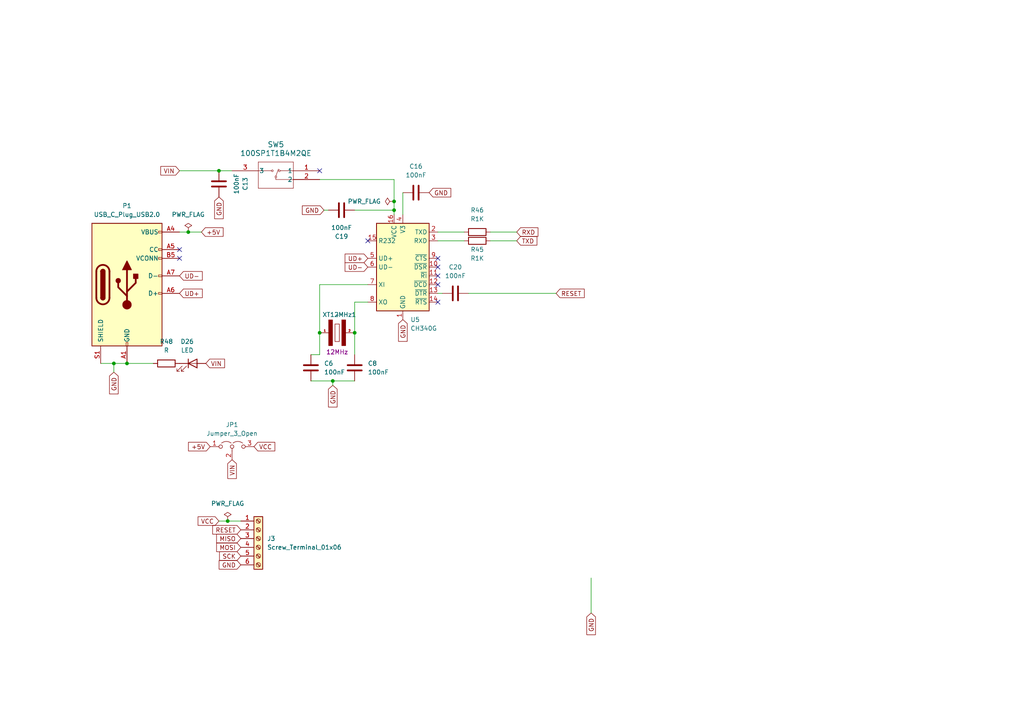
<source format=kicad_sch>
(kicad_sch (version 20231120) (generator "eeschema") (generator_version "8.0")
  (paper "A4")
  (lib_symbols
    (symbol "Connector:Screw_Terminal_01x06" (pin_names (offset 1.016) hide)
      (property "Reference" "J" (at 0 7.62 0))
      (property "Value" "Screw_Terminal_01x06" (at 0 -10.16 0))
      (symbol "Screw_Terminal_01x06_1_1"
        (rectangle (start -1.27 6.35) (end 1.27 -8.89) (stroke (width 0.254)) (fill (type background)))
        (circle (center 0 -7.62) (radius 0.635) (stroke (width 0.1524)))
        (circle (center 0 -5.08) (radius 0.635) (stroke (width 0.1524)))
        (circle (center 0 -2.54) (radius 0.635) (stroke (width 0.1524)))
        (polyline (pts (xy -0.5334 -7.2898) (xy 0.3302 -8.128)) (stroke (width 0.1524)))
        (polyline (pts (xy -0.5334 -4.7498) (xy 0.3302 -5.588)) (stroke (width 0.1524)))
        (polyline (pts (xy -0.5334 -2.2098) (xy 0.3302 -3.048)) (stroke (width 0.1524)))
        (polyline (pts (xy -0.5334 0.3302) (xy 0.3302 -0.508)) (stroke (width 0.1524)))
        (polyline (pts (xy -0.5334 2.8702) (xy 0.3302 2.032)) (stroke (width 0.1524)))
        (polyline (pts (xy -0.5334 5.4102) (xy 0.3302 4.572)) (stroke (width 0.1524)))
        (polyline (pts (xy -0.3556 -7.112) (xy 0.508 -7.9502)) (stroke (width 0.1524)))
        (polyline (pts (xy -0.3556 -4.572) (xy 0.508 -5.4102)) (stroke (width 0.1524)))
        (polyline (pts (xy -0.3556 -2.032) (xy 0.508 -2.8702)) (stroke (width 0.1524)))
        (polyline (pts (xy -0.3556 0.508) (xy 0.508 -0.3302)) (stroke (width 0.1524)))
        (polyline (pts (xy -0.3556 3.048) (xy 0.508 2.2098)) (stroke (width 0.1524)))
        (polyline (pts (xy -0.3556 5.588) (xy 0.508 4.7498)) (stroke (width 0.1524)))
        (circle (center 0 0) (radius 0.635) (stroke (width 0.1524)))
        (circle (center 0 2.54) (radius 0.635) (stroke (width 0.1524)))
        (circle (center 0 5.08) (radius 0.635) (stroke (width 0.1524)))
        (pin passive line (at -5.08 5.08 0) (length 3.81) (name "Pin_1") (number "1"))
        (pin passive line (at -5.08 2.54 0) (length 3.81) (name "Pin_2") (number "2"))
        (pin passive line (at -5.08 0 0) (length 3.81) (name "Pin_3") (number "3"))
        (pin passive line (at -5.08 -2.54 0) (length 3.81) (name "Pin_4") (number "4"))
        (pin passive line (at -5.08 -5.08 0) (length 3.81) (name "Pin_5") (number "5"))
        (pin passive line (at -5.08 -7.62 0) (length 3.81) (name "Pin_6") (number "6"))
      )
    )
    (symbol "Connector:USB_C_Plug_USB2.0" (pin_names (offset 1.016))
      (property "Reference" "P" (at -10.16 19.05 0))
      (property "Value" "USB_C_Plug_USB2.0" (at 12.7 19.05 0))
      (symbol "USB_C_Plug_USB2.0_0_0"
        (rectangle (start -0.254 -17.78) (end 0.254 -16.764))
        (rectangle (start 10.16 -2.286) (end 9.144 -2.794))
        (rectangle (start 10.16 2.794) (end 9.144 2.286))
        (rectangle (start 10.16 7.874) (end 9.144 7.366))
        (rectangle (start 10.16 10.414) (end 9.144 9.906))
        (rectangle (start 10.16 15.494) (end 9.144 14.986))
      )
      (symbol "USB_C_Plug_USB2.0_0_1"
        (rectangle (start -10.16 17.78) (end 10.16 -17.78) (stroke (width 0.254)) (fill (type background)))
        (arc (start -8.89 -3.81) (mid -6.985 -5.7067) (end -5.08 -3.81) (stroke (width 0.508)))
        (arc (start -7.62 -3.81) (mid -6.985 -4.4423) (end -6.35 -3.81) (stroke (width 0.254)))
        (arc (start -7.62 -3.81) (mid -6.985 -4.4423) (end -6.35 -3.81) (stroke (width 0.254)) (fill (type outline)))
        (rectangle (start -7.62 -3.81) (end -6.35 3.81) (stroke (width 0.254)) (fill (type outline)))
        (arc (start -6.35 3.81) (mid -6.985 4.4423) (end -7.62 3.81) (stroke (width 0.254)))
        (arc (start -6.35 3.81) (mid -6.985 4.4423) (end -7.62 3.81) (stroke (width 0.254)) (fill (type outline)))
        (arc (start -5.08 3.81) (mid -6.985 5.7067) (end -8.89 3.81) (stroke (width 0.508)))
        (circle (center -2.54 1.143) (radius 0.635) (stroke (width 0.254)) (fill (type outline)))
        (circle (center 0 -5.842) (radius 1.27) (fill (type outline)))
        (polyline (pts (xy -8.89 -3.81) (xy -8.89 3.81)) (stroke (width 0.508)))
        (polyline (pts (xy -5.08 3.81) (xy -5.08 -3.81)) (stroke (width 0.508)))
        (polyline (pts (xy 0 -5.842) (xy 0 4.318)) (stroke (width 0.508)))
        (polyline (pts (xy 0 -3.302) (xy -2.54 -0.762) (xy -2.54 0.508)) (stroke (width 0.508)))
        (polyline (pts (xy 0 -2.032) (xy 2.54 0.508) (xy 2.54 1.778)) (stroke (width 0.508)))
        (polyline (pts (xy -1.27 4.318) (xy 0 6.858) (xy 1.27 4.318) (xy -1.27 4.318)) (stroke (width 0.254)) (fill (type outline)))
        (rectangle (start 1.905 1.778) (end 3.175 3.048) (stroke (width 0.254)) (fill (type outline)))
      )
      (symbol "USB_C_Plug_USB2.0_1_1"
        (pin passive line (at 0 -22.86 90) (length 5.08) (name "GND") (number "A1"))
        (pin passive line (at 0 -22.86 90) (length 5.08) hide (name "GND") (number "A12"))
        (pin passive line (at 15.24 15.24 180) (length 5.08) (name "VBUS") (number "A4"))
        (pin bidirectional line (at 15.24 10.16 180) (length 5.08) (name "CC") (number "A5"))
        (pin bidirectional line (at 15.24 -2.54 180) (length 5.08) (name "D+") (number "A6"))
        (pin bidirectional line (at 15.24 2.54 180) (length 5.08) (name "D-") (number "A7"))
        (pin passive line (at 15.24 15.24 180) (length 5.08) hide (name "VBUS") (number "A9"))
        (pin passive line (at 0 -22.86 90) (length 5.08) hide (name "GND") (number "B1"))
        (pin passive line (at 0 -22.86 90) (length 5.08) hide (name "GND") (number "B12"))
        (pin passive line (at 15.24 15.24 180) (length 5.08) hide (name "VBUS") (number "B4"))
        (pin bidirectional line (at 15.24 7.62 180) (length 5.08) (name "VCONN") (number "B5"))
        (pin passive line (at 15.24 15.24 180) (length 5.08) hide (name "VBUS") (number "B9"))
        (pin passive line (at -7.62 -22.86 90) (length 5.08) (name "SHIELD") (number "S1"))
      )
    )
    (symbol "Device:C" (pin_numbers hide) (pin_names (offset 0.254))
      (property "Reference" "C" (at 0.635 2.54 0))
      (property "Value" "C" (at 0.635 -2.54 0))
      (symbol "C_0_1"
        (polyline (pts (xy -2.032 -0.762) (xy 2.032 -0.762)) (stroke (width 0.508)))
        (polyline (pts (xy -2.032 0.762) (xy 2.032 0.762)) (stroke (width 0.508)))
      )
      (symbol "C_1_1"
        (pin passive line (at 0 3.81 270) (length 2.794) (name "~") (number "1"))
        (pin passive line (at 0 -3.81 90) (length 2.794) (name "~") (number "2"))
      )
    )
    (symbol "Device:LED" (pin_numbers hide) (pin_names (offset 1.016) hide)
      (property "Reference" "D" (at 0 2.54 0))
      (property "Value" "LED" (at 0 -2.54 0))
      (symbol "LED_0_1"
        (polyline (pts (xy -1.27 -1.27) (xy -1.27 1.27)) (stroke (width 0.254)))
        (polyline (pts (xy -1.27 0) (xy 1.27 0)))
        (polyline (pts (xy 1.27 -1.27) (xy 1.27 1.27) (xy -1.27 0) (xy 1.27 -1.27)) (stroke (width 0.254)))
        (polyline (pts (xy -3.048 -0.762) (xy -4.572 -2.286) (xy -3.81 -2.286) (xy -4.572 -2.286) (xy -4.572 -1.524)))
        (polyline (pts (xy -1.778 -0.762) (xy -3.302 -2.286) (xy -2.54 -2.286) (xy -3.302 -2.286) (xy -3.302 -1.524)))
      )
      (symbol "LED_1_1"
        (pin passive line (at -3.81 0 0) (length 2.54) (name "K") (number "1"))
        (pin passive line (at 3.81 0 180) (length 2.54) (name "A") (number "2"))
      )
    )
    (symbol "Device:R" (pin_numbers hide) (pin_names (offset 0))
      (property "Reference" "R" (at 2.032 0 90))
      (property "Value" "R" (at 0 0 90))
      (symbol "R_0_1"
        (rectangle (start -1.016 -2.54) (end 1.016 2.54) (stroke (width 0.254)))
      )
      (symbol "R_1_1"
        (pin passive line (at 0 3.81 270) (length 1.27) (name "~") (number "1"))
        (pin passive line (at 0 -3.81 90) (length 1.27) (name "~") (number "2"))
      )
    )
    (symbol "Interface_USB:CH340G"
      (property "Reference" "U" (at -5.08 13.97 0))
      (property "Value" "CH340G" (at 1.27 13.97 0))
      (symbol "CH340G_0_1"
        (rectangle (start -7.62 12.7) (end 7.62 -12.7) (stroke (width 0.254)) (fill (type background)))
      )
      (symbol "CH340G_1_1"
        (pin power_in line (at 0 -15.24 90) (length 2.54) (name "GND") (number "1"))
        (pin input line (at 10.16 0 180) (length 2.54) (name "~{DSR}") (number "10"))
        (pin input line (at 10.16 -2.54 180) (length 2.54) (name "~{RI}") (number "11"))
        (pin input line (at 10.16 -5.08 180) (length 2.54) (name "~{DCD}") (number "12"))
        (pin output line (at 10.16 -7.62 180) (length 2.54) (name "~{DTR}") (number "13"))
        (pin output line (at 10.16 -10.16 180) (length 2.54) (name "~{RTS}") (number "14"))
        (pin input line (at -10.16 7.62 0) (length 2.54) (name "R232") (number "15"))
        (pin power_in line (at -2.54 15.24 270) (length 2.54) (name "VCC") (number "16"))
        (pin output line (at 10.16 10.16 180) (length 2.54) (name "TXD") (number "2"))
        (pin input line (at 10.16 7.62 180) (length 2.54) (name "RXD") (number "3"))
        (pin power_out line (at 0 15.24 270) (length 2.54) (name "V3") (number "4"))
        (pin bidirectional line (at -10.16 2.54 0) (length 2.54) (name "UD+") (number "5"))
        (pin bidirectional line (at -10.16 0 0) (length 2.54) (name "UD-") (number "6"))
        (pin input line (at -10.16 -5.08 0) (length 2.54) (name "XI") (number "7"))
        (pin output line (at -10.16 -10.16 0) (length 2.54) (name "XO") (number "8"))
        (pin input line (at 10.16 2.54 180) (length 2.54) (name "~{CTS}") (number "9"))
      )
    )
    (symbol "Jumper:Jumper_3_Open" (pin_names (offset 0) hide) (exclude_from_sim yes) (in_bom no)
      (property "Reference" "JP" (at -2.54 -2.54 0))
      (property "Value" "Jumper_3_Open" (at 0 2.794 0))
      (symbol "Jumper_3_Open_0_0"
        (circle (center -3.302 0) (radius 0.508))
        (circle (center 0 0) (radius 0.508))
        (circle (center 3.302 0) (radius 0.508))
      )
      (symbol "Jumper_3_Open_0_1"
        (arc (start -0.254 1.016) (mid -1.651 1.4992) (end -3.048 1.016))
        (polyline (pts (xy 0 -0.508) (xy 0 -1.27)))
        (arc (start 3.048 1.016) (mid 1.651 1.4992) (end 0.254 1.016))
      )
      (symbol "Jumper_3_Open_1_1"
        (pin passive line (at -6.35 0 0) (length 2.54) (name "A") (number "1"))
        (pin passive line (at 0 -3.81 90) (length 2.54) (name "C") (number "2"))
        (pin passive line (at 6.35 0 180) (length 2.54) (name "B") (number "3"))
      )
    )
    (symbol "PCM_Nuova-Elettronica-XTALS:XTAL" (pin_names hide)
      (property "Reference" "XTAL" (at 0.625 5.25 0))
      (symbol "XTAL_0_1"
        (rectangle (start -0.635 2.54) (end 0.635 -2.54))
      )
      (symbol "XTAL_1_1"
        (rectangle (start -2.54 3.81) (end -1.27 -3.81) (stroke (width -0.0001)) (fill (type outline)))
        (rectangle (start 1.27 3.81) (end 2.54 -3.81) (stroke (width -0.0001)) (fill (type outline)))
        (pin passive line (at -5.08 0 0) (length 3) (name "~") (number "1"))
        (pin passive line (at 5.08 0 180) (length 3) (name "~") (number "2"))
      )
    )
    (symbol "SF_Library:100SP1T1B4M2QE" (pin_names (offset 0.254))
      (property "Reference" "SW" (at 12.7 7.62 0))
      (property "Value" "100SP1T1B4M2QE" (at 12.7 5.08 0))
      (symbol "100SP1T1B4M2QE_0_1"
        (polyline (pts (xy 7.62 -5.08) (xy 17.78 -5.08)) (stroke (width 0.127)))
        (polyline (pts (xy 7.62 0) (xy 11.43 0)) (stroke (width 0.127)))
        (polyline (pts (xy 7.62 2.54) (xy 7.62 -5.08)) (stroke (width 0.127)))
        (polyline (pts (xy 12.7 -2.032) (xy 12.7 -2.54)) (stroke (width 0.127)))
        (polyline (pts (xy 12.7 -1.524) (xy 13.462 0.508)) (stroke (width 0.127)))
        (polyline (pts (xy 17.78 -5.08) (xy 17.78 2.54)) (stroke (width 0.127)))
        (polyline (pts (xy 17.78 -2.54) (xy 12.7 -2.54)) (stroke (width 0.127)))
        (polyline (pts (xy 17.78 0) (xy 13.97 0)) (stroke (width 0.127)))
        (polyline (pts (xy 17.78 2.54) (xy 7.62 2.54)) (stroke (width 0.127)))
        (circle (center 11.684 0) (radius 0.254) (stroke (width 0.127)))
        (circle (center 12.7 -1.778) (radius 0.254) (stroke (width 0.127)))
        (circle (center 13.716 0) (radius 0.254) (stroke (width 0.127)))
        (pin unspecified line (at 25.4 0 180) (length 7.62) (name "1") (number "1"))
        (pin unspecified line (at 25.4 -2.54 180) (length 7.62) (name "2") (number "2"))
        (pin unspecified line (at 0 0 0) (length 7.62) (name "3") (number "3"))
      )
    )
    (symbol "power:PWR_FLAG" (power) (pin_numbers hide) (pin_names (offset 0) hide)
      (property "Value" "PWR_FLAG" (at 0 3.81 0))
      (symbol "PWR_FLAG_0_0"
        (pin power_out line (at 0 0 90) (length 0) (name "~") (number "1"))
      )
      (symbol "PWR_FLAG_0_1"
        (polyline (pts (xy 0 0) (xy 0 1.27) (xy -1.016 1.905) (xy 0 2.54) (xy 1.016 1.905) (xy 0 1.27)))
      )
    )
  )
  (junction (at 114.3 60.96))
  (junction (at 96.52 110.49))
  (junction (at 54.61 67.31))
  (junction (at 102.87 96.52))
  (junction (at 63.5 49.53))
  (junction (at 114.3 58.42))
  (junction (at 92.71 96.52))
  (junction (at 66.04 151.13))
  (junction (at 36.83 105.41))
  (junction (at 33.02 105.41))
  (no_connect (at 52.07 72.39))
  (no_connect (at 127 82.55))
  (no_connect (at 127 77.47))
  (no_connect (at 127 87.63))
  (no_connect (at 52.07 74.93))
  (no_connect (at 127 80.01))
  (no_connect (at 106.68 69.85))
  (no_connect (at 127 74.93))
  (no_connect (at 92.71 49.53))
  (wire (pts (xy 161.29 85.09) (xy 135.89 85.09)))
  (wire (pts (xy 33.02 105.41) (xy 36.83 105.41)))
  (wire (pts (xy 33.02 107.95) (xy 33.02 105.41)))
  (wire (pts (xy 36.83 105.41) (xy 44.45 105.41)))
  (wire (pts (xy 66.04 151.13) (xy 69.85 151.13)))
  (wire (pts (xy 114.3 58.42) (xy 114.3 60.96)))
  (wire (pts (xy 96.52 110.49) (xy 102.87 110.49)))
  (wire (pts (xy 142.24 69.85) (xy 149.86 69.85)))
  (wire (pts (xy 114.3 52.07) (xy 92.71 52.07)))
  (wire (pts (xy 106.68 82.55) (xy 92.71 82.55)))
  (wire (pts (xy 63.5 151.13) (xy 66.04 151.13)))
  (wire (pts (xy 102.87 60.96) (xy 114.3 60.96)))
  (wire (pts (xy 92.71 102.87) (xy 90.17 102.87)))
  (wire (pts (xy 63.5 49.53) (xy 67.31 49.53)))
  (wire (pts (xy 127 69.85) (xy 134.62 69.85)))
  (wire (pts (xy 171.45 177.8) (xy 171.45 167.64)))
  (wire (pts (xy 114.3 52.07) (xy 114.3 58.42)))
  (wire (pts (xy 92.71 82.55) (xy 92.71 96.52)))
  (wire (pts (xy 102.87 96.52) (xy 102.87 87.63)))
  (wire (pts (xy 114.3 62.23) (xy 114.3 60.96)))
  (wire (pts (xy 128.27 85.09) (xy 127 85.09)))
  (wire (pts (xy 127 67.31) (xy 134.62 67.31)))
  (wire (pts (xy 142.24 67.31) (xy 149.86 67.31)))
  (wire (pts (xy 116.84 55.88) (xy 116.84 62.23)))
  (wire (pts (xy 102.87 87.63) (xy 106.68 87.63)))
  (wire (pts (xy 90.17 110.49) (xy 96.52 110.49)))
  (wire (pts (xy 102.87 96.52) (xy 102.87 102.87)))
  (wire (pts (xy 96.52 111.76) (xy 96.52 110.49)))
  (wire (pts (xy 29.21 105.41) (xy 33.02 105.41)))
  (wire (pts (xy 93.98 60.96) (xy 95.25 60.96)))
  (wire (pts (xy 58.42 67.31) (xy 54.61 67.31)))
  (wire (pts (xy 54.61 67.31) (xy 52.07 67.31)))
  (wire (pts (xy 92.71 96.52) (xy 92.71 102.87)))
  (wire (pts (xy 52.07 49.53) (xy 63.5 49.53)))
  (global_label "VIN" (shape input) (at 59.69 105.41 0) (property "Intersheetrefs" "${INTERSHEET_REFS}" (effects (hide yes))))
  (global_label "TXD" (shape input) (at 149.86 69.85 0) (property "Intersheetrefs" "${INTERSHEET_REFS}" (effects (hide yes))))
  (global_label "UD+" (shape input) (at 106.68 74.93 180) (property "Intersheetrefs" "${INTERSHEET_REFS}" (effects (hide yes))))
  (global_label "+5V" (shape input) (at 60.96 129.54 180) (property "Intersheetrefs" "${INTERSHEET_REFS}" (effects (hide yes))))
  (global_label "GND" (shape input) (at 63.5 57.15 270) (property "Intersheetrefs" "${INTERSHEET_REFS}" (effects (hide yes))))
  (global_label "VIN" (shape input) (at 67.31 133.35 270) (property "Intersheetrefs" "${INTERSHEET_REFS}" (effects (hide yes))))
  (global_label "UD+" (shape input) (at 52.07 85.09 0) (property "Intersheetrefs" "${INTERSHEET_REFS}" (effects (hide yes))))
  (global_label "GND" (shape input) (at 33.02 107.95 270) (property "Intersheetrefs" "${INTERSHEET_REFS}" (effects (hide yes))))
  (global_label "GND" (shape input) (at 124.46 55.88 0) (property "Intersheetrefs" "${INTERSHEET_REFS}" (effects (hide yes))))
  (global_label "VIN" (shape input) (at 52.07 49.53 180) (property "Intersheetrefs" "${INTERSHEET_REFS}" (effects (hide yes))))
  (global_label "UD-" (shape input) (at 52.07 80.01 0) (property "Intersheetrefs" "${INTERSHEET_REFS}" (effects (hide yes))))
  (global_label "MISO" (shape input) (at 69.85 156.21 180) (property "Intersheetrefs" "${INTERSHEET_REFS}" (effects (hide yes))))
  (global_label "RXD" (shape input) (at 149.86 67.31 0) (property "Intersheetrefs" "${INTERSHEET_REFS}" (effects (hide yes))))
  (global_label "SCK" (shape input) (at 69.85 161.29 180) (property "Intersheetrefs" "${INTERSHEET_REFS}" (effects (hide yes))))
  (global_label "GND" (shape input) (at 69.85 163.83 180) (property "Intersheetrefs" "${INTERSHEET_REFS}" (effects (hide yes))))
  (global_label "GND" (shape input) (at 93.98 60.96 180) (property "Intersheetrefs" "${INTERSHEET_REFS}" (effects (hide yes))))
  (global_label "VCC" (shape input) (at 63.5 151.13 180) (property "Intersheetrefs" "${INTERSHEET_REFS}" (effects (hide yes))))
  (global_label "RESET" (shape input) (at 161.29 85.09 0) (property "Intersheetrefs" "${INTERSHEET_REFS}" (effects (hide yes))))
  (global_label "RESET" (shape input) (at 69.85 153.67 180) (property "Intersheetrefs" "${INTERSHEET_REFS}" (effects (hide yes))))
  (global_label "MOSI" (shape input) (at 69.85 158.75 180) (property "Intersheetrefs" "${INTERSHEET_REFS}" (effects (hide yes))))
  (global_label "GND" (shape input) (at 96.52 111.76 270) (property "Intersheetrefs" "${INTERSHEET_REFS}" (effects (hide yes))))
  (global_label "GND" (shape input) (at 171.45 177.8 270) (property "Intersheetrefs" "${INTERSHEET_REFS}" (effects (hide yes))))
  (global_label "UD-" (shape input) (at 106.68 77.47 180) (property "Intersheetrefs" "${INTERSHEET_REFS}" (effects (hide yes))))
  (global_label "VCC" (shape input) (at 73.66 129.54 0) (property "Intersheetrefs" "${INTERSHEET_REFS}" (effects (hide yes))))
  (global_label "+5V" (shape input) (at 58.42 67.31 0) (property "Intersheetrefs" "${INTERSHEET_REFS}" (effects (hide yes))))
  (global_label "GND" (shape input) (at 116.84 92.71 270) (property "Intersheetrefs" "${INTERSHEET_REFS}" (effects (hide yes))))
  (symbol (lib_id "Connector:USB_C_Plug_USB2.0") (at 36.83 82.55 0) (unit 1)
    (property "Reference" "P1" (at 36.83 59.69 0))
    (property "Value" "USB_C_Plug_USB2.0" (at 36.83 62.23 0))
    (property "Footprint" "Connector_USB:USB_C_Receptacle_GCT_USB4105-xx-A_16P_TopMnt_Horizontal" (effects (hide yes)))
    (property "Datasheet" "https://www.usb.org/sites/default/files/documents/usb_type-c.zip" (effects (hide yes)))
    (property "Description" "USB 2.0-only Type-C Plug connector" (effects (hide yes)))
  )
  (symbol (lib_id "Device:C") (at 63.5 53.34 0) (unit 1)
    (property "Reference" "C13" (at 71.12 53.34 90))
    (property "Value" "100nF" (at 68.58 53.34 90))
    (property "Footprint" "Capacitor_SMD:C_1206_3216Metric_Pad1.33x1.80mm_HandSolder" (effects (hide yes)))
    (property "Description" "Unpolarized capacitor" (effects (hide yes)))
  )
  (symbol (lib_id "Device:C") (at 132.08 85.09 90) (unit 1)
    (property "Reference" "C20" (at 132.08 77.47 90))
    (property "Value" "100nF" (at 132.08 80.01 90))
    (property "Footprint" "Capacitor_SMD:C_1206_3216Metric_Pad1.33x1.80mm_HandSolder" (effects (hide yes)))
    (property "Description" "Unpolarized capacitor" (effects (hide yes)))
  )
  (symbol (lib_id "Device:C") (at 120.65 55.88 90) (unit 1)
    (property "Reference" "C16" (at 120.65 48.26 90))
    (property "Value" "100nF" (at 120.65 50.8 90))
    (property "Footprint" "Capacitor_SMD:C_1206_3216Metric_Pad1.33x1.80mm_HandSolder" (effects (hide yes)))
    (property "Description" "Unpolarized capacitor" (effects (hide yes)))
  )
  (symbol (lib_id "power:PWR_FLAG") (at 66.04 151.13 0) (unit 1)
    (property "Reference" "#FLG01" (effects (hide yes)))
    (property "Value" "PWR_FLAG" (at 66.04 146.05 0))
    (property "Description" "Special symbol for telling ERC where power comes from" (effects (hide yes)))
  )
  (symbol (lib_id "SF_Library:100SP1T1B4M2QE") (at 67.31 49.53 0) (unit 1)
    (property "Reference" "SW5" (at 80.01 41.91 0) (effects (font (size 1.524 1.524))))
    (property "Value" "100SP1T1B4M2QE" (at 80.01 44.45 0) (effects (font (size 1.524 1.524))))
    (property "Footprint" "SFLibrary:100SP1T1_EWI" (effects (hide yes)))
    (property "Datasheet" "100SP1T1B4M2QE" (effects (hide yes)))
  )
  (symbol (lib_id "Device:R") (at 48.26 105.41 90) (unit 1)
    (property "Reference" "R48" (at 48.26 99.06 90))
    (property "Value" "R" (at 48.26 101.6 90))
    (property "Footprint" "Resistor_SMD:R_1206_3216Metric_Pad1.30x1.75mm_HandSolder" (effects (hide yes)))
    (property "Description" "Resistor" (effects (hide yes)))
  )
  (symbol (lib_id "Interface_USB:CH340G") (at 116.84 77.47 0) (unit 1)
    (property "Reference" "U5" (at 119.0341 92.71 0) (effects (justify left)))
    (property "Value" "CH340G" (at 119.0341 95.25 0) (effects (justify left)))
    (property "Footprint" "Package_SO:SOIC-16_3.9x9.9mm_P1.27mm" (effects (hide yes)))
    (property "Datasheet" "http://www.datasheet5.com/pdf-local-2195953" (effects (hide yes)))
    (property "Description" "USB serial converter, UART, SOIC-16" (effects (hide yes)))
  )
  (symbol (lib_id "Device:C") (at 102.87 106.68 180) (unit 1)
    (property "Reference" "C8" (at 106.68 105.4099 0) (effects (justify right)))
    (property "Value" "100nF" (at 106.68 107.9499 0) (effects (justify right)))
    (property "Footprint" "Capacitor_SMD:C_1206_3216Metric_Pad1.33x1.80mm_HandSolder" (effects (hide yes)))
    (property "Description" "Unpolarized capacitor" (effects (hide yes)))
  )
  (symbol (lib_id "power:PWR_FLAG") (at 54.61 67.31 0) (unit 1)
    (property "Reference" "#FLG03" (effects (hide yes)))
    (property "Value" "PWR_FLAG" (at 54.61 62.23 0))
    (property "Description" "Special symbol for telling ERC where power comes from" (effects (hide yes)))
  )
  (symbol (lib_id "Connector:Screw_Terminal_01x06") (at 74.93 156.21 0) (unit 1)
    (property "Reference" "J3" (at 77.47 156.2099 0) (effects (justify left)))
    (property "Value" "Screw_Terminal_01x06" (at 77.47 158.7499 0) (effects (justify left)))
    (property "Footprint" "TerminalBlock_MetzConnect:TerminalBlock_MetzConnect_Type059_RT06306HBWC_1x06_P3.50mm_Horizontal" (effects (hide yes)))
    (property "Description" "Generic screw terminal, single row, 01x06, script generated (kicad-library-utils/schlib/autogen/connector/)" (effects (hide yes)))
  )
  (symbol (lib_id "Device:LED") (at 55.88 105.41 0) (unit 1)
    (property "Reference" "D26" (at 54.2925 99.06 0))
    (property "Value" "LED" (at 54.2925 101.6 0))
    (property "Footprint" "LED_SMD:LED_1206_3216Metric_Pad1.42x1.75mm_HandSolder" (effects (hide yes)))
    (property "Description" "Light emitting diode" (effects (hide yes)))
  )
  (symbol (lib_id "power:PWR_FLAG") (at 114.3 58.42 90) (unit 1)
    (property "Reference" "#FLG04" (effects (hide yes)))
    (property "Value" "PWR_FLAG" (at 110.49 58.4199 90) (effects (justify left)))
    (property "Description" "Special symbol for telling ERC where power comes from" (effects (hide yes)))
  )
  (symbol (lib_id "Device:R") (at 138.43 69.85 270) (unit 1)
    (property "Reference" "R45" (at 138.43 72.39 90))
    (property "Value" "R1K" (at 138.43 74.93 90))
    (property "Footprint" "Resistor_SMD:R_1206_3216Metric_Pad1.30x1.75mm_HandSolder" (effects (hide yes)))
    (property "Description" "Resistor" (effects (hide yes)))
  )
  (symbol (lib_id "Device:R") (at 138.43 67.31 270) (unit 1)
    (property "Reference" "R46" (at 138.43 60.96 90))
    (property "Value" "R1K" (at 138.43 63.5 90))
    (property "Footprint" "Resistor_SMD:R_1206_3216Metric_Pad1.30x1.75mm_HandSolder" (effects (hide yes)))
    (property "Description" "Resistor" (effects (hide yes)))
  )
  (symbol (lib_id "Device:C") (at 99.06 60.96 270) (unit 1)
    (property "Reference" "C19" (at 99.06 68.58 90))
    (property "Value" "100nF" (at 99.06 66.04 90))
    (property "Footprint" "Capacitor_SMD:C_1206_3216Metric_Pad1.33x1.80mm_HandSolder" (effects (hide yes)))
    (property "Description" "Unpolarized capacitor" (effects (hide yes)))
  )
  (symbol (lib_id "PCM_Nuova-Elettronica-XTALS:XTAL") (at 97.79 96.52 0) (unit 1)
    (property "Reference" "XT12MHz1" (at 98.415 91.27 0))
    (property "Value" "~" (at 97.79 91.44 0))
    (property "Footprint" "Crystal:Crystal_SMD_EuroQuartz_MJ-4Pin_5.0x3.2mm_HandSoldering" (effects (hide yes)))
    (property "Description" "12MHz" (at 97.79 102.108 0))
  )
  (symbol (lib_id "Jumper:Jumper_3_Open") (at 67.31 129.54 0) (unit 1) (exclude_from_sim yes) (in_bom no)
    (property "Reference" "JP1" (at 67.31 123.19 0))
    (property "Value" "Jumper_3_Open" (at 67.31 125.73 0))
    (property "Footprint" "Keebio-Parts:3_Pin_Jumper" (effects (hide yes)))
    (property "Description" "Jumper, 3-pole, both open" (effects (hide yes)))
  )
  (symbol (lib_id "Device:C") (at 90.17 106.68 180) (unit 1)
    (property "Reference" "C6" (at 93.98 105.4099 0) (effects (justify right)))
    (property "Value" "100nF" (at 93.98 107.9499 0) (effects (justify right)))
    (property "Footprint" "Capacitor_SMD:C_1206_3216Metric_Pad1.33x1.80mm_HandSolder" (effects (hide yes)))
    (property "Description" "Unpolarized capacitor" (effects (hide yes)))
  )
)
</source>
